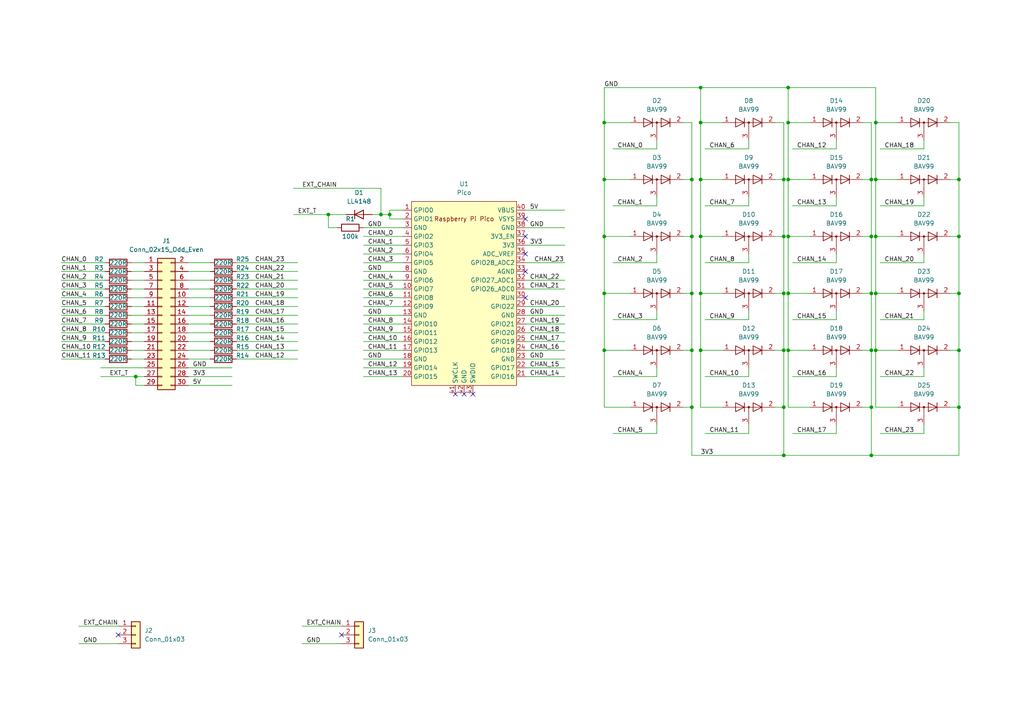
<source format=kicad_sch>
(kicad_sch (version 20231120) (generator "eeschema") (generator_version "8.0")
  (paper "A4")
  (lib_symbols
    (symbol "Connector_Generic:Conn_01x03" (pin_names (offset 1.016) hide)
      (property "Reference" "J" (at 0 5.08 0))
      (property "Value" "Conn_01x03" (at 0 -5.08 0))
      (symbol "Conn_01x03_1_1"
        (rectangle (start -1.27 -2.413) (end 0 -2.667) (stroke (width 0.1524)))
        (rectangle (start -1.27 0.127) (end 0 -0.127) (stroke (width 0.1524)))
        (rectangle (start -1.27 2.667) (end 0 2.413) (stroke (width 0.1524)))
        (rectangle (start -1.27 3.81) (end 1.27 -3.81) (stroke (width 0.254)) (fill (type background)))
        (pin passive line (at -5.08 2.54 0) (length 3.81) (name "Pin_1") (number "1"))
        (pin passive line (at -5.08 0 0) (length 3.81) (name "Pin_2") (number "2"))
        (pin passive line (at -5.08 -2.54 0) (length 3.81) (name "Pin_3") (number "3"))
      )
    )
    (symbol "Connector_Generic:Conn_02x15_Odd_Even" (pin_names (offset 1.016) hide)
      (property "Reference" "J" (at 1.27 20.32 0))
      (property "Value" "Conn_02x15_Odd_Even" (at 1.27 -20.32 0))
      (symbol "Conn_02x15_Odd_Even_1_1"
        (rectangle (start -1.27 -17.653) (end 0 -17.907) (stroke (width 0.1524)))
        (rectangle (start -1.27 -15.113) (end 0 -15.367) (stroke (width 0.1524)))
        (rectangle (start -1.27 -12.573) (end 0 -12.827) (stroke (width 0.1524)))
        (rectangle (start -1.27 -10.033) (end 0 -10.287) (stroke (width 0.1524)))
        (rectangle (start -1.27 -7.493) (end 0 -7.747) (stroke (width 0.1524)))
        (rectangle (start -1.27 -4.953) (end 0 -5.207) (stroke (width 0.1524)))
        (rectangle (start -1.27 -2.413) (end 0 -2.667) (stroke (width 0.1524)))
        (rectangle (start -1.27 0.127) (end 0 -0.127) (stroke (width 0.1524)))
        (rectangle (start -1.27 2.667) (end 0 2.413) (stroke (width 0.1524)))
        (rectangle (start -1.27 5.207) (end 0 4.953) (stroke (width 0.1524)))
        (rectangle (start -1.27 7.747) (end 0 7.493) (stroke (width 0.1524)))
        (rectangle (start -1.27 10.287) (end 0 10.033) (stroke (width 0.1524)))
        (rectangle (start -1.27 12.827) (end 0 12.573) (stroke (width 0.1524)))
        (rectangle (start -1.27 15.367) (end 0 15.113) (stroke (width 0.1524)))
        (rectangle (start -1.27 17.907) (end 0 17.653) (stroke (width 0.1524)))
        (rectangle (start -1.27 19.05) (end 3.81 -19.05) (stroke (width 0.254)) (fill (type background)))
        (rectangle (start 3.81 -17.653) (end 2.54 -17.907) (stroke (width 0.1524)))
        (rectangle (start 3.81 -15.113) (end 2.54 -15.367) (stroke (width 0.1524)))
        (rectangle (start 3.81 -12.573) (end 2.54 -12.827) (stroke (width 0.1524)))
        (rectangle (start 3.81 -10.033) (end 2.54 -10.287) (stroke (width 0.1524)))
        (rectangle (start 3.81 -7.493) (end 2.54 -7.747) (stroke (width 0.1524)))
        (rectangle (start 3.81 -4.953) (end 2.54 -5.207) (stroke (width 0.1524)))
        (rectangle (start 3.81 -2.413) (end 2.54 -2.667) (stroke (width 0.1524)))
        (rectangle (start 3.81 0.127) (end 2.54 -0.127) (stroke (width 0.1524)))
        (rectangle (start 3.81 2.667) (end 2.54 2.413) (stroke (width 0.1524)))
        (rectangle (start 3.81 5.207) (end 2.54 4.953) (stroke (width 0.1524)))
        (rectangle (start 3.81 7.747) (end 2.54 7.493) (stroke (width 0.1524)))
        (rectangle (start 3.81 10.287) (end 2.54 10.033) (stroke (width 0.1524)))
        (rectangle (start 3.81 12.827) (end 2.54 12.573) (stroke (width 0.1524)))
        (rectangle (start 3.81 15.367) (end 2.54 15.113) (stroke (width 0.1524)))
        (rectangle (start 3.81 17.907) (end 2.54 17.653) (stroke (width 0.1524)))
        (pin passive line (at -5.08 17.78 0) (length 3.81) (name "Pin_1") (number "1"))
        (pin passive line (at 7.62 7.62 180) (length 3.81) (name "Pin_10") (number "10"))
        (pin passive line (at -5.08 5.08 0) (length 3.81) (name "Pin_11") (number "11"))
        (pin passive line (at 7.62 5.08 180) (length 3.81) (name "Pin_12") (number "12"))
        (pin passive line (at -5.08 2.54 0) (length 3.81) (name "Pin_13") (number "13"))
        (pin passive line (at 7.62 2.54 180) (length 3.81) (name "Pin_14") (number "14"))
        (pin passive line (at -5.08 0 0) (length 3.81) (name "Pin_15") (number "15"))
        (pin passive line (at 7.62 0 180) (length 3.81) (name "Pin_16") (number "16"))
        (pin passive line (at -5.08 -2.54 0) (length 3.81) (name "Pin_17") (number "17"))
        (pin passive line (at 7.62 -2.54 180) (length 3.81) (name "Pin_18") (number "18"))
        (pin passive line (at -5.08 -5.08 0) (length 3.81) (name "Pin_19") (number "19"))
        (pin passive line (at 7.62 17.78 180) (length 3.81) (name "Pin_2") (number "2"))
        (pin passive line (at 7.62 -5.08 180) (length 3.81) (name "Pin_20") (number "20"))
        (pin passive line (at -5.08 -7.62 0) (length 3.81) (name "Pin_21") (number "21"))
        (pin passive line (at 7.62 -7.62 180) (length 3.81) (name "Pin_22") (number "22"))
        (pin passive line (at -5.08 -10.16 0) (length 3.81) (name "Pin_23") (number "23"))
        (pin passive line (at 7.62 -10.16 180) (length 3.81) (name "Pin_24") (number "24"))
        (pin passive line (at -5.08 -12.7 0) (length 3.81) (name "Pin_25") (number "25"))
        (pin passive line (at 7.62 -12.7 180) (length 3.81) (name "Pin_26") (number "26"))
        (pin passive line (at -5.08 -15.24 0) (length 3.81) (name "Pin_27") (number "27"))
        (pin passive line (at 7.62 -15.24 180) (length 3.81) (name "Pin_28") (number "28"))
        (pin passive line (at -5.08 -17.78 0) (length 3.81) (name "Pin_29") (number "29"))
        (pin passive line (at -5.08 15.24 0) (length 3.81) (name "Pin_3") (number "3"))
        (pin passive line (at 7.62 -17.78 180) (length 3.81) (name "Pin_30") (number "30"))
        (pin passive line (at 7.62 15.24 180) (length 3.81) (name "Pin_4") (number "4"))
        (pin passive line (at -5.08 12.7 0) (length 3.81) (name "Pin_5") (number "5"))
        (pin passive line (at 7.62 12.7 180) (length 3.81) (name "Pin_6") (number "6"))
        (pin passive line (at -5.08 10.16 0) (length 3.81) (name "Pin_7") (number "7"))
        (pin passive line (at 7.62 10.16 180) (length 3.81) (name "Pin_8") (number "8"))
        (pin passive line (at -5.08 7.62 0) (length 3.81) (name "Pin_9") (number "9"))
      )
    )
    (symbol "Device:R" (pin_numbers hide) (pin_names (offset 0))
      (property "Reference" "R" (at 2.032 0 90))
      (property "Value" "R" (at 0 0 90))
      (symbol "R_0_1"
        (rectangle (start -1.016 -2.54) (end 1.016 2.54) (stroke (width 0.254)))
      )
      (symbol "R_1_1"
        (pin passive line (at 0 3.81 270) (length 1.27) (name "~") (number "1"))
        (pin passive line (at 0 -3.81 90) (length 1.27) (name "~") (number "2"))
      )
    )
    (symbol "Diode:BAV99" (pin_names hide)
      (property "Reference" "D" (at 0 5.08 0))
      (property "Value" "BAV99" (at 0 2.54 0))
      (symbol "BAV99_0_1"
        (polyline (pts (xy -5.08 0) (xy 5.08 0)))
      )
      (symbol "BAV99_1_1"
        (polyline (pts (xy 0 0) (xy 0 -2.54)))
        (polyline (pts (xy -1.27 -1.27) (xy -1.27 1.27) (xy -1.27 1.27)) (stroke (width 0.2032)))
        (polyline (pts (xy 3.81 1.27) (xy 3.81 -1.27) (xy 3.81 -1.27)) (stroke (width 0.2032)))
        (polyline (pts (xy -3.81 1.27) (xy -1.27 0) (xy -3.81 -1.27) (xy -3.81 1.27) (xy -3.81 1.27) (xy -3.81 1.27)) (stroke (width 0.2032)))
        (polyline (pts (xy 1.27 1.27) (xy 3.81 0) (xy 1.27 -1.27) (xy 1.27 1.27) (xy 1.27 1.27) (xy 1.27 1.27)) (stroke (width 0.2032)))
        (circle (center 0 0) (radius 0.254) (fill (type outline)))
        (pin passive line (at -7.62 0 0) (length 2.54) (name "K") (number "1"))
        (pin passive line (at 7.62 0 180) (length 2.54) (name "A") (number "2"))
        (pin passive line (at 0 -5.08 90) (length 2.54) (name "K") (number "3"))
      )
    )
    (symbol "Diode:LL4148" (pin_numbers hide) (pin_names (offset 1.016) hide)
      (property "Reference" "D" (at 0 2.54 0))
      (property "Value" "LL4148" (at 0 -2.54 0))
      (symbol "LL4148_0_1"
        (polyline (pts (xy -1.27 1.27) (xy -1.27 -1.27)) (stroke (width 0.254)))
        (polyline (pts (xy 1.27 0) (xy -1.27 0)))
        (polyline (pts (xy 1.27 1.27) (xy 1.27 -1.27) (xy -1.27 0) (xy 1.27 1.27)) (stroke (width 0.254)))
      )
      (symbol "LL4148_1_1"
        (pin passive line (at -3.81 0 0) (length 2.54) (name "K") (number "1"))
        (pin passive line (at 3.81 0 180) (length 2.54) (name "A") (number "2"))
      )
    )
    (symbol "MCU_RaspberryPi_and_Boards:Pico"
      (property "Reference" "U" (at -13.97 27.94 0))
      (property "Value" "Pico" (at 0 19.05 0))
      (symbol "Pico_0_0"
        (text "Raspberry Pi Pico" (at 0 21.59 0) (effects (font (size 1.27 1.27))))
      )
      (symbol "Pico_0_1"
        (rectangle (start -15.24 26.67) (end 15.24 -26.67) (fill (type background)))
      )
      (symbol "Pico_1_1"
        (pin bidirectional line (at -17.78 24.13 0) (length 2.54) (name "GPIO0") (number "1"))
        (pin bidirectional line (at -17.78 1.27 0) (length 2.54) (name "GPIO7") (number "10"))
        (pin bidirectional line (at -17.78 -1.27 0) (length 2.54) (name "GPIO8") (number "11"))
        (pin bidirectional line (at -17.78 -3.81 0) (length 2.54) (name "GPIO9") (number "12"))
        (pin power_in line (at -17.78 -6.35 0) (length 2.54) (name "GND") (number "13"))
        (pin bidirectional line (at -17.78 -8.89 0) (length 2.54) (name "GPIO10") (number "14"))
        (pin bidirectional line (at -17.78 -11.43 0) (length 2.54) (name "GPIO11") (number "15"))
        (pin bidirectional line (at -17.78 -13.97 0) (length 2.54) (name "GPIO12") (number "16"))
        (pin bidirectional line (at -17.78 -16.51 0) (length 2.54) (name "GPIO13") (number "17"))
        (pin power_in line (at -17.78 -19.05 0) (length 2.54) (name "GND") (number "18"))
        (pin bidirectional line (at -17.78 -21.59 0) (length 2.54) (name "GPIO14") (number "19"))
        (pin bidirectional line (at -17.78 21.59 0) (length 2.54) (name "GPIO1") (number "2"))
        (pin bidirectional line (at -17.78 -24.13 0) (length 2.54) (name "GPIO15") (number "20"))
        (pin bidirectional line (at 17.78 -24.13 180) (length 2.54) (name "GPIO16") (number "21"))
        (pin bidirectional line (at 17.78 -21.59 180) (length 2.54) (name "GPIO17") (number "22"))
        (pin power_in line (at 17.78 -19.05 180) (length 2.54) (name "GND") (number "23"))
        (pin bidirectional line (at 17.78 -16.51 180) (length 2.54) (name "GPIO18") (number "24"))
        (pin bidirectional line (at 17.78 -13.97 180) (length 2.54) (name "GPIO19") (number "25"))
        (pin bidirectional line (at 17.78 -11.43 180) (length 2.54) (name "GPIO20") (number "26"))
        (pin bidirectional line (at 17.78 -8.89 180) (length 2.54) (name "GPIO21") (number "27"))
        (pin power_in line (at 17.78 -6.35 180) (length 2.54) (name "GND") (number "28"))
        (pin bidirectional line (at 17.78 -3.81 180) (length 2.54) (name "GPIO22") (number "29"))
        (pin power_in line (at -17.78 19.05 0) (length 2.54) (name "GND") (number "3"))
        (pin input line (at 17.78 -1.27 180) (length 2.54) (name "RUN") (number "30"))
        (pin bidirectional line (at 17.78 1.27 180) (length 2.54) (name "GPIO26_ADC0") (number "31"))
        (pin bidirectional line (at 17.78 3.81 180) (length 2.54) (name "GPIO27_ADC1") (number "32"))
        (pin power_in line (at 17.78 6.35 180) (length 2.54) (name "AGND") (number "33"))
        (pin bidirectional line (at 17.78 8.89 180) (length 2.54) (name "GPIO28_ADC2") (number "34"))
        (pin power_in line (at 17.78 11.43 180) (length 2.54) (name "ADC_VREF") (number "35"))
        (pin power_in line (at 17.78 13.97 180) (length 2.54) (name "3V3") (number "36"))
        (pin input line (at 17.78 16.51 180) (length 2.54) (name "3V3_EN") (number "37"))
        (pin bidirectional line (at 17.78 19.05 180) (length 2.54) (name "GND") (number "38"))
        (pin power_in line (at 17.78 21.59 180) (length 2.54) (name "VSYS") (number "39"))
        (pin bidirectional line (at -17.78 16.51 0) (length 2.54) (name "GPIO2") (number "4"))
        (pin power_in line (at 17.78 24.13 180) (length 2.54) (name "VBUS") (number "40"))
        (pin input line (at -2.54 -29.21 90) (length 2.54) (name "SWCLK") (number "41"))
        (pin power_in line (at 0 -29.21 90) (length 2.54) (name "GND") (number "42"))
        (pin bidirectional line (at 2.54 -29.21 90) (length 2.54) (name "SWDIO") (number "43"))
        (pin bidirectional line (at -17.78 13.97 0) (length 2.54) (name "GPIO3") (number "5"))
        (pin bidirectional line (at -17.78 11.43 0) (length 2.54) (name "GPIO4") (number "6"))
        (pin bidirectional line (at -17.78 8.89 0) (length 2.54) (name "GPIO5") (number "7"))
        (pin power_in line (at -17.78 6.35 0) (length 2.54) (name "GND") (number "8"))
        (pin bidirectional line (at -17.78 3.81 0) (length 2.54) (name "GPIO6") (number "9"))
      )
    )
  )
  (junction (at 252.73 101.6))
  (junction (at 252.73 118.11))
  (junction (at 228.6 25.4))
  (junction (at 252.73 68.58))
  (junction (at 203.2 35.56))
  (junction (at 227.33 85.09))
  (junction (at 200.66 68.58))
  (junction (at 227.33 101.6))
  (junction (at 203.2 68.58))
  (junction (at 95.25 62.23))
  (junction (at 203.2 101.6))
  (junction (at 228.6 68.58))
  (junction (at 175.26 85.09))
  (junction (at 203.2 85.09))
  (junction (at 252.73 85.09))
  (junction (at 228.6 101.6))
  (junction (at 227.33 68.58))
  (junction (at 203.2 25.4))
  (junction (at 228.6 35.56))
  (junction (at 254 85.09))
  (junction (at 254 68.58))
  (junction (at 254 101.6))
  (junction (at 200.66 85.09))
  (junction (at 278.13 101.6))
  (junction (at 175.26 101.6))
  (junction (at 254 52.07))
  (junction (at 200.66 118.11))
  (junction (at 175.26 68.58))
  (junction (at 200.66 101.6))
  (junction (at 278.13 52.07))
  (junction (at 254 35.56))
  (junction (at 278.13 68.58))
  (junction (at 252.73 132.08))
  (junction (at 175.26 52.07))
  (junction (at 278.13 85.09))
  (junction (at 227.33 118.11))
  (junction (at 175.26 35.56))
  (junction (at 39.37 109.22))
  (junction (at 228.6 52.07))
  (junction (at 252.73 52.07))
  (junction (at 227.33 52.07))
  (junction (at 113.03 62.23))
  (junction (at 278.13 118.11))
  (junction (at 227.33 132.08))
  (junction (at 203.2 52.07))
  (junction (at 228.6 85.09))
  (junction (at 110.49 62.23))
  (junction (at 200.66 52.07))
  (no_connect (at 34.29 184.15))
  (no_connect (at 99.06 184.15))
  (no_connect (at 152.4 86.36))
  (no_connect (at 152.4 63.5))
  (no_connect (at 152.4 68.58))
  (no_connect (at 152.4 73.66))
  (no_connect (at 152.4 78.74))
  (no_connect (at 137.16 114.3))
  (no_connect (at 134.62 114.3))
  (no_connect (at 132.08 114.3))
  (wire (pts (xy 105.41 86.36) (xy 116.84 86.36)))
  (wire (pts (xy 54.61 86.36) (xy 60.96 86.36)))
  (wire (pts (xy 17.78 81.28) (xy 30.48 81.28)))
  (wire (pts (xy 107.95 62.23) (xy 110.49 62.23)))
  (wire (pts (xy 38.1 99.06) (xy 41.91 99.06)))
  (wire (pts (xy 175.26 25.4) (xy 203.2 25.4)))
  (wire (pts (xy 254 68.58) (xy 254 85.09)))
  (wire (pts (xy 38.1 91.44) (xy 41.91 91.44)))
  (wire (pts (xy 54.61 88.9) (xy 60.96 88.9)))
  (wire (pts (xy 229.87 92.71) (xy 242.57 92.71)))
  (wire (pts (xy 200.66 132.08) (xy 227.33 132.08)))
  (wire (pts (xy 229.87 59.69) (xy 242.57 59.69)))
  (wire (pts (xy 17.78 88.9) (xy 30.48 88.9)))
  (wire (pts (xy 38.1 101.6) (xy 41.91 101.6)))
  (wire (pts (xy 54.61 111.76) (xy 67.31 111.76)))
  (wire (pts (xy 203.2 101.6) (xy 209.55 101.6)))
  (wire (pts (xy 228.6 25.4) (xy 228.6 35.56)))
  (wire (pts (xy 250.19 52.07) (xy 252.73 52.07)))
  (wire (pts (xy 68.58 91.44) (xy 86.36 91.44)))
  (wire (pts (xy 175.26 101.6) (xy 182.88 101.6)))
  (wire (pts (xy 255.27 59.69) (xy 267.97 59.69)))
  (wire (pts (xy 228.6 85.09) (xy 234.95 85.09)))
  (wire (pts (xy 252.73 101.6) (xy 252.73 118.11)))
  (wire (pts (xy 152.4 81.28) (xy 163.83 81.28)))
  (wire (pts (xy 217.17 73.66) (xy 217.17 76.2)))
  (wire (pts (xy 252.73 68.58) (xy 252.73 85.09)))
  (wire (pts (xy 175.26 25.4) (xy 175.26 35.56)))
  (wire (pts (xy 278.13 101.6) (xy 278.13 118.11)))
  (wire (pts (xy 68.58 101.6) (xy 86.36 101.6)))
  (wire (pts (xy 200.66 68.58) (xy 200.66 85.09)))
  (wire (pts (xy 152.4 83.82) (xy 163.83 83.82)))
  (wire (pts (xy 68.58 81.28) (xy 86.36 81.28)))
  (wire (pts (xy 68.58 88.9) (xy 86.36 88.9)))
  (wire (pts (xy 17.78 91.44) (xy 30.48 91.44)))
  (wire (pts (xy 198.12 35.56) (xy 200.66 35.56)))
  (wire (pts (xy 252.73 85.09) (xy 252.73 101.6)))
  (wire (pts (xy 227.33 52.07) (xy 227.33 68.58)))
  (wire (pts (xy 200.66 52.07) (xy 200.66 68.58)))
  (wire (pts (xy 105.41 106.68) (xy 116.84 106.68)))
  (wire (pts (xy 95.25 62.23) (xy 100.33 62.23)))
  (wire (pts (xy 278.13 35.56) (xy 278.13 52.07)))
  (wire (pts (xy 224.79 68.58) (xy 227.33 68.58)))
  (wire (pts (xy 105.41 78.74) (xy 116.84 78.74)))
  (wire (pts (xy 209.55 118.11) (xy 203.2 118.11)))
  (wire (pts (xy 198.12 68.58) (xy 200.66 68.58)))
  (wire (pts (xy 200.66 101.6) (xy 200.66 118.11)))
  (wire (pts (xy 175.26 85.09) (xy 175.26 101.6)))
  (wire (pts (xy 17.78 101.6) (xy 30.48 101.6)))
  (wire (pts (xy 254 35.56) (xy 260.35 35.56)))
  (wire (pts (xy 190.5 123.19) (xy 190.5 125.73)))
  (wire (pts (xy 54.61 76.2) (xy 60.96 76.2)))
  (wire (pts (xy 242.57 90.17) (xy 242.57 92.71)))
  (wire (pts (xy 152.4 60.96) (xy 163.83 60.96)))
  (wire (pts (xy 38.1 83.82) (xy 41.91 83.82)))
  (wire (pts (xy 252.73 52.07) (xy 252.73 68.58)))
  (wire (pts (xy 105.41 66.04) (xy 116.84 66.04)))
  (wire (pts (xy 250.19 35.56) (xy 252.73 35.56)))
  (wire (pts (xy 113.03 62.23) (xy 113.03 63.5)))
  (wire (pts (xy 190.5 40.64) (xy 190.5 43.18)))
  (wire (pts (xy 278.13 118.11) (xy 278.13 132.08)))
  (wire (pts (xy 17.78 83.82) (xy 30.48 83.82)))
  (wire (pts (xy 204.47 59.69) (xy 217.17 59.69)))
  (wire (pts (xy 228.6 25.4) (xy 254 25.4)))
  (wire (pts (xy 242.57 73.66) (xy 242.57 76.2)))
  (wire (pts (xy 267.97 73.66) (xy 267.97 76.2)))
  (wire (pts (xy 267.97 106.68) (xy 267.97 109.22)))
  (wire (pts (xy 177.8 76.2) (xy 190.5 76.2)))
  (wire (pts (xy 54.61 99.06) (xy 60.96 99.06)))
  (wire (pts (xy 54.61 106.68) (xy 67.31 106.68)))
  (wire (pts (xy 105.41 88.9) (xy 116.84 88.9)))
  (wire (pts (xy 278.13 68.58) (xy 278.13 85.09)))
  (wire (pts (xy 228.6 101.6) (xy 234.95 101.6)))
  (wire (pts (xy 267.97 40.64) (xy 267.97 43.18)))
  (wire (pts (xy 39.37 109.22) (xy 39.37 111.76)))
  (wire (pts (xy 190.5 90.17) (xy 190.5 92.71)))
  (wire (pts (xy 105.41 83.82) (xy 116.84 83.82)))
  (wire (pts (xy 113.03 63.5) (xy 116.84 63.5)))
  (wire (pts (xy 200.66 118.11) (xy 200.66 132.08)))
  (wire (pts (xy 227.33 35.56) (xy 227.33 52.07)))
  (wire (pts (xy 260.35 118.11) (xy 254 118.11)))
  (wire (pts (xy 203.2 35.56) (xy 209.55 35.56)))
  (wire (pts (xy 254 52.07) (xy 260.35 52.07)))
  (wire (pts (xy 85.09 62.23) (xy 95.25 62.23)))
  (wire (pts (xy 152.4 106.68) (xy 163.83 106.68)))
  (wire (pts (xy 152.4 88.9) (xy 163.83 88.9)))
  (wire (pts (xy 275.59 101.6) (xy 278.13 101.6)))
  (wire (pts (xy 252.73 132.08) (xy 227.33 132.08)))
  (wire (pts (xy 17.78 78.74) (xy 30.48 78.74)))
  (wire (pts (xy 54.61 83.82) (xy 60.96 83.82)))
  (wire (pts (xy 152.4 101.6) (xy 163.83 101.6)))
  (wire (pts (xy 17.78 99.06) (xy 30.48 99.06)))
  (wire (pts (xy 177.8 109.22) (xy 190.5 109.22)))
  (wire (pts (xy 38.1 81.28) (xy 41.91 81.28)))
  (wire (pts (xy 198.12 101.6) (xy 200.66 101.6)))
  (wire (pts (xy 190.5 106.68) (xy 190.5 109.22)))
  (wire (pts (xy 203.2 25.4) (xy 203.2 35.56)))
  (wire (pts (xy 255.27 92.71) (xy 267.97 92.71)))
  (wire (pts (xy 95.25 66.04) (xy 95.25 62.23)))
  (wire (pts (xy 182.88 118.11) (xy 175.26 118.11)))
  (wire (pts (xy 217.17 123.19) (xy 217.17 125.73)))
  (wire (pts (xy 175.26 68.58) (xy 175.26 85.09)))
  (wire (pts (xy 267.97 57.15) (xy 267.97 59.69)))
  (wire (pts (xy 152.4 96.52) (xy 163.83 96.52)))
  (wire (pts (xy 39.37 111.76) (xy 41.91 111.76)))
  (wire (pts (xy 175.26 52.07) (xy 175.26 68.58)))
  (wire (pts (xy 38.1 78.74) (xy 41.91 78.74)))
  (wire (pts (xy 198.12 52.07) (xy 200.66 52.07)))
  (wire (pts (xy 254 52.07) (xy 254 68.58)))
  (wire (pts (xy 224.79 118.11) (xy 227.33 118.11)))
  (wire (pts (xy 87.63 186.69) (xy 99.06 186.69)))
  (wire (pts (xy 203.2 85.09) (xy 209.55 85.09)))
  (wire (pts (xy 38.1 76.2) (xy 41.91 76.2)))
  (wire (pts (xy 105.41 91.44) (xy 116.84 91.44)))
  (wire (pts (xy 242.57 57.15) (xy 242.57 59.69)))
  (wire (pts (xy 175.26 52.07) (xy 182.88 52.07)))
  (wire (pts (xy 229.87 109.22) (xy 242.57 109.22)))
  (wire (pts (xy 29.21 106.68) (xy 41.91 106.68)))
  (wire (pts (xy 224.79 101.6) (xy 227.33 101.6)))
  (wire (pts (xy 38.1 104.14) (xy 41.91 104.14)))
  (wire (pts (xy 204.47 76.2) (xy 217.17 76.2)))
  (wire (pts (xy 54.61 96.52) (xy 60.96 96.52)))
  (wire (pts (xy 54.61 109.22) (xy 67.31 109.22)))
  (wire (pts (xy 105.41 109.22) (xy 116.84 109.22)))
  (wire (pts (xy 242.57 40.64) (xy 242.57 43.18)))
  (wire (pts (xy 152.4 91.44) (xy 163.83 91.44)))
  (wire (pts (xy 255.27 109.22) (xy 267.97 109.22)))
  (wire (pts (xy 224.79 35.56) (xy 227.33 35.56)))
  (wire (pts (xy 267.97 123.19) (xy 267.97 125.73)))
  (wire (pts (xy 175.26 101.6) (xy 175.26 118.11)))
  (wire (pts (xy 190.5 57.15) (xy 190.5 59.69)))
  (wire (pts (xy 275.59 85.09) (xy 278.13 85.09)))
  (wire (pts (xy 228.6 68.58) (xy 228.6 85.09)))
  (wire (pts (xy 242.57 123.19) (xy 242.57 125.73)))
  (wire (pts (xy 203.2 35.56) (xy 203.2 52.07)))
  (wire (pts (xy 113.03 60.96) (xy 116.84 60.96)))
  (wire (pts (xy 278.13 52.07) (xy 278.13 68.58)))
  (wire (pts (xy 85.09 54.61) (xy 110.49 54.61)))
  (wire (pts (xy 38.1 86.36) (xy 41.91 86.36)))
  (wire (pts (xy 255.27 76.2) (xy 267.97 76.2)))
  (wire (pts (xy 275.59 68.58) (xy 278.13 68.58)))
  (wire (pts (xy 217.17 57.15) (xy 217.17 59.69)))
  (wire (pts (xy 38.1 96.52) (xy 41.91 96.52)))
  (wire (pts (xy 152.4 93.98) (xy 163.83 93.98)))
  (wire (pts (xy 203.2 68.58) (xy 209.55 68.58)))
  (wire (pts (xy 110.49 54.61) (xy 110.49 62.23)))
  (wire (pts (xy 68.58 104.14) (xy 86.36 104.14)))
  (wire (pts (xy 152.4 66.04) (xy 163.83 66.04)))
  (wire (pts (xy 54.61 78.74) (xy 60.96 78.74)))
  (wire (pts (xy 105.41 96.52) (xy 116.84 96.52)))
  (wire (pts (xy 228.6 35.56) (xy 234.95 35.56)))
  (wire (pts (xy 254 101.6) (xy 260.35 101.6)))
  (wire (pts (xy 17.78 104.14) (xy 30.48 104.14)))
  (wire (pts (xy 105.41 93.98) (xy 116.84 93.98)))
  (wire (pts (xy 152.4 71.12) (xy 163.83 71.12)))
  (wire (pts (xy 278.13 132.08) (xy 252.73 132.08)))
  (wire (pts (xy 22.86 186.69) (xy 34.29 186.69)))
  (wire (pts (xy 105.41 76.2) (xy 116.84 76.2)))
  (wire (pts (xy 228.6 85.09) (xy 228.6 101.6)))
  (wire (pts (xy 203.2 25.4) (xy 228.6 25.4)))
  (wire (pts (xy 228.6 52.07) (xy 228.6 68.58)))
  (wire (pts (xy 227.33 85.09) (xy 227.33 101.6)))
  (wire (pts (xy 200.66 85.09) (xy 200.66 101.6)))
  (wire (pts (xy 227.33 68.58) (xy 227.33 85.09)))
  (wire (pts (xy 17.78 86.36) (xy 30.48 86.36)))
  (wire (pts (xy 177.8 125.73) (xy 190.5 125.73)))
  (wire (pts (xy 87.63 181.61) (xy 99.06 181.61)))
  (wire (pts (xy 190.5 73.66) (xy 190.5 76.2)))
  (wire (pts (xy 217.17 40.64) (xy 217.17 43.18)))
  (wire (pts (xy 97.79 66.04) (xy 95.25 66.04)))
  (wire (pts (xy 38.1 88.9) (xy 41.91 88.9)))
  (wire (pts (xy 177.8 59.69) (xy 190.5 59.69)))
  (wire (pts (xy 228.6 35.56) (xy 228.6 52.07)))
  (wire (pts (xy 228.6 101.6) (xy 228.6 118.11)))
  (wire (pts (xy 17.78 96.52) (xy 30.48 96.52)))
  (wire (pts (xy 242.57 106.68) (xy 242.57 109.22)))
  (wire (pts (xy 152.4 99.06) (xy 163.83 99.06)))
  (wire (pts (xy 105.41 68.58) (xy 116.84 68.58)))
  (wire (pts (xy 152.4 76.2) (xy 163.83 76.2)))
  (wire (pts (xy 227.33 101.6) (xy 227.33 118.11)))
  (wire (pts (xy 113.03 60.96) (xy 113.03 62.23)))
  (wire (pts (xy 217.17 106.68) (xy 217.17 109.22)))
  (wire (pts (xy 203.2 52.07) (xy 203.2 68.58)))
  (wire (pts (xy 275.59 35.56) (xy 278.13 35.56)))
  (wire (pts (xy 68.58 76.2) (xy 86.36 76.2)))
  (wire (pts (xy 278.13 85.09) (xy 278.13 101.6)))
  (wire (pts (xy 204.47 43.18) (xy 217.17 43.18)))
  (wire (pts (xy 39.37 109.22) (xy 41.91 109.22)))
  (wire (pts (xy 175.26 85.09) (xy 182.88 85.09)))
  (wire (pts (xy 275.59 118.11) (xy 278.13 118.11)))
  (wire (pts (xy 204.47 125.73) (xy 217.17 125.73)))
  (wire (pts (xy 275.59 52.07) (xy 278.13 52.07)))
  (wire (pts (xy 29.21 109.22) (xy 39.37 109.22)))
  (wire (pts (xy 54.61 81.28) (xy 60.96 81.28)))
  (wire (pts (xy 204.47 109.22) (xy 217.17 109.22)))
  (wire (pts (xy 175.26 68.58) (xy 182.88 68.58)))
  (wire (pts (xy 54.61 101.6) (xy 60.96 101.6)))
  (wire (pts (xy 105.41 73.66) (xy 116.84 73.66)))
  (wire (pts (xy 203.2 52.07) (xy 209.55 52.07)))
  (wire (pts (xy 254 85.09) (xy 260.35 85.09)))
  (wire (pts (xy 250.19 85.09) (xy 252.73 85.09)))
  (wire (pts (xy 152.4 109.22) (xy 163.83 109.22)))
  (wire (pts (xy 68.58 78.74) (xy 86.36 78.74)))
  (wire (pts (xy 224.79 52.07) (xy 227.33 52.07)))
  (wire (pts (xy 17.78 76.2) (xy 30.48 76.2)))
  (wire (pts (xy 254 85.09) (xy 254 101.6)))
  (wire (pts (xy 217.17 90.17) (xy 217.17 92.71)))
  (wire (pts (xy 255.27 125.73) (xy 267.97 125.73)))
  (wire (pts (xy 17.78 93.98) (xy 30.48 93.98)))
  (wire (pts (xy 224.79 85.09) (xy 227.33 85.09)))
  (wire (pts (xy 203.2 85.09) (xy 203.2 101.6)))
  (wire (pts (xy 54.61 91.44) (xy 60.96 91.44)))
  (wire (pts (xy 177.8 43.18) (xy 190.5 43.18)))
  (wire (pts (xy 68.58 93.98) (xy 86.36 93.98)))
  (wire (pts (xy 110.49 62.23) (xy 113.03 62.23)))
  (wire (pts (xy 228.6 68.58) (xy 234.95 68.58)))
  (wire (pts (xy 68.58 83.82) (xy 86.36 83.82)))
  (wire (pts (xy 22.86 181.61) (xy 34.29 181.61)))
  (wire (pts (xy 203.2 101.6) (xy 203.2 118.11)))
  (wire (pts (xy 177.8 92.71) (xy 190.5 92.71)))
  (wire (pts (xy 200.66 35.56) (xy 200.66 52.07)))
  (wire (pts (xy 152.4 104.14) (xy 163.83 104.14)))
  (wire (pts (xy 250.19 68.58) (xy 252.73 68.58)))
  (wire (pts (xy 198.12 85.09) (xy 200.66 85.09)))
  (wire (pts (xy 204.47 92.71) (xy 217.17 92.71)))
  (wire (pts (xy 254 68.58) (xy 260.35 68.58)))
  (wire (pts (xy 254 101.6) (xy 254 118.11)))
  (wire (pts (xy 198.12 118.11) (xy 200.66 118.11)))
  (wire (pts (xy 234.95 118.11) (xy 228.6 118.11)))
  (wire (pts (xy 229.87 76.2) (xy 242.57 76.2)))
  (wire (pts (xy 38.1 93.98) (xy 41.91 93.98)))
  (wire (pts (xy 175.26 35.56) (xy 182.88 35.56)))
  (wire (pts (xy 229.87 43.18) (xy 242.57 43.18)))
  (wire (pts (xy 105.41 101.6) (xy 116.84 101.6)))
  (wire (pts (xy 229.87 125.73) (xy 242.57 125.73)))
  (wire (pts (xy 105.41 71.12) (xy 116.84 71.12)))
  (wire (pts (xy 254 35.56) (xy 254 52.07)))
  (wire (pts (xy 250.19 118.11) (xy 252.73 118.11)))
  (wire (pts (xy 250.19 101.6) (xy 252.73 101.6)))
  (wire (pts (xy 105.41 99.06) (xy 116.84 99.06)))
  (wire (pts (xy 203.2 68.58) (xy 203.2 85.09)))
  (wire (pts (xy 252.73 118.11) (xy 252.73 132.08)))
  (wire (pts (xy 227.33 118.11) (xy 227.33 132.08)))
  (wire (pts (xy 228.6 52.07) (xy 234.95 52.07)))
  (wire (pts (xy 105.41 104.14) (xy 116.84 104.14)))
  (wire (pts (xy 105.41 81.28) (xy 116.84 81.28)))
  (wire (pts (xy 254 25.4) (xy 254 35.56)))
  (wire (pts (xy 68.58 96.52) (xy 86.36 96.52)))
  (wire (pts (xy 252.73 35.56) (xy 252.73 52.07)))
  (wire (pts (xy 255.27 43.18) (xy 267.97 43.18)))
  (wire (pts (xy 68.58 99.06) (xy 86.36 99.06)))
  (wire (pts (xy 54.61 93.98) (xy 60.96 93.98)))
  (wire (pts (xy 175.26 35.56) (xy 175.26 52.07)))
  (wire (pts (xy 267.97 90.17) (xy 267.97 92.71)))
  (wire (pts (xy 68.58 86.36) (xy 86.36 86.36)))
  (wire (pts (xy 54.61 104.14) (xy 60.96 104.14)))
  (label "CHAN_0" (at 179.07 43.18 0))
  (label "CHAN_20" (at 82.55 83.82 180))
  (label "3V3" (at 203.2 132.08 0))
  (label "CHAN_7" (at 205.74 59.69 0))
  (label "CHAN_8" (at 205.74 76.2 0))
  (label "CHAN_6" (at 17.78 91.44 0))
  (label "CHAN_8" (at 106.68 93.98 0))
  (label "CHAN_19" (at 153.67 93.98 0))
  (label "CHAN_10" (at 17.78 101.6 0))
  (label "CHAN_10" (at 205.74 109.22 0))
  (label "5V" (at 153.67 60.96 0))
  (label "CHAN_18" (at 153.67 96.52 0))
  (label "CHAN_17" (at 82.55 91.44 180))
  (label "CHAN_1" (at 17.78 78.74 0))
  (label "CHAN_7" (at 106.68 88.9 0))
  (label "EXT_T" (at 86.36 62.23 0))
  (label "CHAN_4" (at 179.07 109.22 0))
  (label "CHAN_23" (at 256.54 125.73 0))
  (label "5V" (at 55.88 111.76 0))
  (label "CHAN_5" (at 179.07 125.73 0))
  (label "GND" (at 175.26 25.4 0))
  (label "CHAN_11" (at 205.74 125.73 0))
  (label "CHAN_22" (at 82.55 78.74 180))
  (label "CHAN_6" (at 106.68 86.36 0))
  (label "CHAN_3" (at 179.07 92.71 0))
  (label "GND" (at 88.9 186.69 0))
  (label "GND" (at 106.68 104.14 0))
  (label "CHAN_16" (at 231.14 109.22 0))
  (label "CHAN_9" (at 106.68 96.52 0))
  (label "EXT_CHAIN" (at 87.63 54.61 0))
  (label "CHAN_22" (at 256.54 109.22 0))
  (label "CHAN_14" (at 153.67 109.22 0))
  (label "CHAN_2" (at 17.78 81.28 0))
  (label "EXT_CHAIN" (at 88.9 181.61 0))
  (label "GND" (at 153.67 66.04 0))
  (label "CHAN_12" (at 231.14 43.18 0))
  (label "CHAN_11" (at 17.78 104.14 0))
  (label "GND" (at 153.67 104.14 0))
  (label "CHAN_16" (at 82.55 93.98 180))
  (label "CHAN_3" (at 106.68 76.2 0))
  (label "CHAN_23" (at 82.55 76.2 180))
  (label "CHAN_16" (at 153.67 101.6 0))
  (label "CHAN_1" (at 179.07 59.69 0))
  (label "CHAN_7" (at 17.78 93.98 0))
  (label "GND" (at 153.67 91.44 0))
  (label "CHAN_1" (at 106.68 71.12 0))
  (label "CHAN_3" (at 17.78 83.82 0))
  (label "CHAN_15" (at 153.67 106.68 0))
  (label "CHAN_13" (at 231.14 59.69 0))
  (label "EXT_CHAIN" (at 24.13 181.61 0))
  (label "GND" (at 106.68 66.04 0))
  (label "CHAN_21" (at 82.55 81.28 180))
  (label "EXT_T" (at 31.75 109.22 0))
  (label "CHAN_21" (at 256.54 92.71 0))
  (label "CHAN_18" (at 256.54 43.18 0))
  (label "CHAN_14" (at 82.55 99.06 180))
  (label "CHAN_20" (at 256.54 76.2 0))
  (label "CHAN_9" (at 17.78 99.06 0))
  (label "3V3" (at 153.67 71.12 0))
  (label "CHAN_17" (at 231.14 125.73 0))
  (label "CHAN_9" (at 205.74 92.71 0))
  (label "CHAN_11" (at 106.68 101.6 0))
  (label "CHAN_13" (at 82.55 101.6 180))
  (label "CHAN_6" (at 205.74 43.18 0))
  (label "GND" (at 106.68 78.74 0))
  (label "CHAN_4" (at 106.68 81.28 0))
  (label "GND" (at 24.13 186.69 0))
  (label "CHAN_8" (at 17.78 96.52 0))
  (label "CHAN_15" (at 231.14 92.71 0))
  (label "3V3" (at 55.88 109.22 0))
  (label "CHAN_0" (at 17.78 76.2 0))
  (label "CHAN_14" (at 231.14 76.2 0))
  (label "CHAN_22" (at 153.67 81.28 0))
  (label "CHAN_21" (at 153.67 83.82 0))
  (label "CHAN_2" (at 179.07 76.2 0))
  (label "GND" (at 55.88 106.68 0))
  (label "CHAN_0" (at 106.68 68.58 0))
  (label "CHAN_12" (at 106.68 106.68 0))
  (label "CHAN_18" (at 82.55 88.9 180))
  (label "CHAN_12" (at 82.55 104.14 180))
  (label "CHAN_2" (at 106.68 73.66 0))
  (label "CHAN_19" (at 82.55 86.36 180))
  (label "CHAN_10" (at 106.68 99.06 0))
  (label "CHAN_5" (at 17.78 88.9 0))
  (label "CHAN_13" (at 106.68 109.22 0))
  (label "CHAN_20" (at 153.67 88.9 0))
  (label "CHAN_5" (at 106.68 83.82 0))
  (label "CHAN_4" (at 17.78 86.36 0))
  (label "GND" (at 106.68 91.44 0))
  (label "CHAN_15" (at 82.55 96.52 180))
  (label "CHAN_17" (at 153.67 99.06 0))
  (label "CHAN_23" (at 154.94 76.2 0))
  (label "CHAN_19" (at 256.54 59.69 0))
  (symbol (lib_id "Device:R") (at 64.77 99.06 270) (mirror x) (unit 1)
    (property "Reference" "R16" (at 70.358 98.044 90))
    (property "Value" "220R" (at 64.77 99.06 90))
    (property "Footprint" "Resistor_SMD:R_0603_1608Metric" (effects (hide yes)))
    (property "Description" "Resistor" (effects (hide yes)))
  )
  (symbol (lib_id "Device:R") (at 34.29 88.9 90) (unit 1)
    (property "Reference" "R7" (at 28.702 87.884 90))
    (property "Value" "220R" (at 34.29 88.9 90))
    (property "Footprint" "Resistor_SMD:R_0603_1608Metric" (effects (hide yes)))
    (property "Description" "Resistor" (effects (hide yes)))
  )
  (symbol (lib_id "Diode:BAV99") (at 217.17 85.09 0) (unit 1)
    (property "Reference" "D11" (at 217.17 78.74 0))
    (property "Value" "BAV99" (at 217.17 81.28 0))
    (property "Footprint" "Package_TO_SOT_SMD:SOT-23" (effects (hide yes)))
    (property "Datasheet" "https://assets.nexperia.com/documents/data-sheet/BAV99_SER.pdf" (effects (hide yes)))
    (property "Description" "BAV99 High-speed switching diodes, SOT-23" (effects (hide yes)))
  )
  (symbol (lib_id "Device:R") (at 64.77 88.9 270) (mirror x) (unit 1)
    (property "Reference" "R20" (at 70.358 87.884 90))
    (property "Value" "220R" (at 64.77 88.9 90))
    (property "Footprint" "Resistor_SMD:R_0603_1608Metric" (effects (hide yes)))
    (property "Description" "Resistor" (effects (hide yes)))
  )
  (symbol (lib_id "Device:R") (at 64.77 101.6 270) (mirror x) (unit 1)
    (property "Reference" "R15" (at 70.358 100.584 90))
    (property "Value" "220R" (at 64.77 101.6 90))
    (property "Footprint" "Resistor_SMD:R_0603_1608Metric" (effects (hide yes)))
    (property "Description" "Resistor" (effects (hide yes)))
  )
  (symbol (lib_id "Diode:BAV99") (at 267.97 85.09 0) (unit 1)
    (property "Reference" "D23" (at 267.97 78.74 0))
    (property "Value" "BAV99" (at 267.97 81.28 0))
    (property "Footprint" "Package_TO_SOT_SMD:SOT-23" (effects (hide yes)))
    (property "Datasheet" "https://assets.nexperia.com/documents/data-sheet/BAV99_SER.pdf" (effects (hide yes)))
    (property "Description" "BAV99 High-speed switching diodes, SOT-23" (effects (hide yes)))
  )
  (symbol (lib_id "Diode:BAV99") (at 242.57 68.58 0) (unit 1)
    (property "Reference" "D16" (at 242.57 62.23 0))
    (property "Value" "BAV99" (at 242.57 64.77 0))
    (property "Footprint" "Package_TO_SOT_SMD:SOT-23" (effects (hide yes)))
    (property "Datasheet" "https://assets.nexperia.com/documents/data-sheet/BAV99_SER.pdf" (effects (hide yes)))
    (property "Description" "BAV99 High-speed switching diodes, SOT-23" (effects (hide yes)))
  )
  (symbol (lib_id "Diode:BAV99") (at 242.57 101.6 0) (unit 1)
    (property "Reference" "D18" (at 242.57 95.25 0))
    (property "Value" "BAV99" (at 242.57 97.79 0))
    (property "Footprint" "Package_TO_SOT_SMD:SOT-23" (effects (hide yes)))
    (property "Datasheet" "https://assets.nexperia.com/documents/data-sheet/BAV99_SER.pdf" (effects (hide yes)))
    (property "Description" "BAV99 High-speed switching diodes, SOT-23" (effects (hide yes)))
  )
  (symbol (lib_id "Diode:BAV99") (at 267.97 68.58 0) (unit 1)
    (property "Reference" "D22" (at 267.97 62.23 0))
    (property "Value" "BAV99" (at 267.97 64.77 0))
    (property "Footprint" "Package_TO_SOT_SMD:SOT-23" (effects (hide yes)))
    (property "Datasheet" "https://assets.nexperia.com/documents/data-sheet/BAV99_SER.pdf" (effects (hide yes)))
    (property "Description" "BAV99 High-speed switching diodes, SOT-23" (effects (hide yes)))
  )
  (symbol (lib_id "Diode:BAV99") (at 190.5 101.6 0) (unit 1)
    (property "Reference" "D6" (at 190.5 95.25 0))
    (property "Value" "BAV99" (at 190.5 97.79 0))
    (property "Footprint" "Package_TO_SOT_SMD:SOT-23" (effects (hide yes)))
    (property "Datasheet" "https://assets.nexperia.com/documents/data-sheet/BAV99_SER.pdf" (effects (hide yes)))
    (property "Description" "BAV99 High-speed switching diodes, SOT-23" (effects (hide yes)))
  )
  (symbol (lib_id "Device:R") (at 34.29 99.06 90) (unit 1)
    (property "Reference" "R11" (at 28.702 98.044 90))
    (property "Value" "220R" (at 34.29 99.06 90))
    (property "Footprint" "Resistor_SMD:R_0603_1608Metric" (effects (hide yes)))
    (property "Description" "Resistor" (effects (hide yes)))
  )
  (symbol (lib_id "Diode:BAV99") (at 217.17 118.11 0) (unit 1)
    (property "Reference" "D13" (at 217.17 111.76 0))
    (property "Value" "BAV99" (at 217.17 114.3 0))
    (property "Footprint" "Package_TO_SOT_SMD:SOT-23" (effects (hide yes)))
    (property "Datasheet" "https://assets.nexperia.com/documents/data-sheet/BAV99_SER.pdf" (effects (hide yes)))
    (property "Description" "BAV99 High-speed switching diodes, SOT-23" (effects (hide yes)))
  )
  (symbol (lib_id "Device:R") (at 64.77 93.98 270) (mirror x) (unit 1)
    (property "Reference" "R18" (at 70.358 92.964 90))
    (property "Value" "220R" (at 64.77 93.98 90))
    (property "Footprint" "Resistor_SMD:R_0603_1608Metric" (effects (hide yes)))
    (property "Description" "Resistor" (effects (hide yes)))
  )
  (symbol (lib_id "Device:R") (at 64.77 96.52 270) (mirror x) (unit 1)
    (property "Reference" "R17" (at 70.358 95.504 90))
    (property "Value" "220R" (at 64.77 96.52 90))
    (property "Footprint" "Resistor_SMD:R_0603_1608Metric" (effects (hide yes)))
    (property "Description" "Resistor" (effects (hide yes)))
  )
  (symbol (lib_id "MCU_RaspberryPi_and_Boards:Pico") (at 134.62 85.09 0) (unit 1)
    (property "Reference" "U1" (at 134.62 53.34 0))
    (property "Value" "Pico" (at 134.62 55.88 0))
    (property "Footprint" "MCU_RaspberryPi_and_Boards:RPi_Pico_SMD_TH" (effects (hide yes)))
  )
  (symbol (lib_id "Device:R") (at 34.29 81.28 90) (unit 1)
    (property "Reference" "R4" (at 28.702 80.264 90))
    (property "Value" "220R" (at 34.29 81.28 90))
    (property "Footprint" "Resistor_SMD:R_0603_1608Metric" (effects (hide yes)))
    (property "Description" "Resistor" (effects (hide yes)))
  )
  (symbol (lib_id "Device:R") (at 34.29 91.44 90) (unit 1)
    (property "Reference" "R8" (at 28.702 90.424 90))
    (property "Value" "220R" (at 34.29 91.44 90))
    (property "Footprint" "Resistor_SMD:R_0603_1608Metric" (effects (hide yes)))
    (property "Description" "Resistor" (effects (hide yes)))
  )
  (symbol (lib_id "Diode:LL4148") (at 104.14 62.23 0) (unit 1)
    (property "Reference" "D1" (at 104.14 55.88 0))
    (property "Value" "LL4148" (at 104.14 58.42 0))
    (property "Footprint" "Diode_SMD:D_MiniMELF" (effects (hide yes)))
    (property "Datasheet" "http://www.vishay.com/docs/85557/ll4148.pdf" (effects (hide yes)))
  )
  (symbol (lib_id "Device:R") (at 34.29 78.74 90) (unit 1)
    (property "Reference" "R3" (at 28.702 77.724 90))
    (property "Value" "220R" (at 34.29 78.74 90))
    (property "Footprint" "Resistor_SMD:R_0603_1608Metric" (effects (hide yes)))
    (property "Description" "Resistor" (effects (hide yes)))
  )
  (symbol (lib_id "Diode:BAV99") (at 267.97 101.6 0) (unit 1)
    (property "Reference" "D24" (at 267.97 95.25 0))
    (property "Value" "BAV99" (at 267.97 97.79 0))
    (property "Footprint" "Package_TO_SOT_SMD:SOT-23" (effects (hide yes)))
    (property "Datasheet" "https://assets.nexperia.com/documents/data-sheet/BAV99_SER.pdf" (effects (hide yes)))
    (property "Description" "BAV99 High-speed switching diodes, SOT-23" (effects (hide yes)))
  )
  (symbol (lib_id "Diode:BAV99") (at 217.17 101.6 0) (unit 1)
    (property "Reference" "D12" (at 217.17 95.25 0))
    (property "Value" "BAV99" (at 217.17 97.79 0))
    (property "Footprint" "Package_TO_SOT_SMD:SOT-23" (effects (hide yes)))
    (property "Datasheet" "https://assets.nexperia.com/documents/data-sheet/BAV99_SER.pdf" (effects (hide yes)))
    (property "Description" "BAV99 High-speed switching diodes, SOT-23" (effects (hide yes)))
  )
  (symbol (lib_id "Device:R") (at 34.29 96.52 90) (unit 1)
    (property "Reference" "R10" (at 28.702 95.504 90))
    (property "Value" "220R" (at 34.29 96.52 90))
    (property "Footprint" "Resistor_SMD:R_0603_1608Metric" (effects (hide yes)))
    (property "Description" "Resistor" (effects (hide yes)))
  )
  (symbol (lib_id "Diode:BAV99") (at 190.5 85.09 0) (unit 1)
    (property "Reference" "D5" (at 190.5 78.74 0))
    (property "Value" "BAV99" (at 190.5 81.28 0))
    (property "Footprint" "Package_TO_SOT_SMD:SOT-23" (effects (hide yes)))
    (property "Datasheet" "https://assets.nexperia.com/documents/data-sheet/BAV99_SER.pdf" (effects (hide yes)))
    (property "Description" "BAV99 High-speed switching diodes, SOT-23" (effects (hide yes)))
  )
  (symbol (lib_id "Device:R") (at 64.77 76.2 270) (mirror x) (unit 1)
    (property "Reference" "R25" (at 70.358 75.184 90))
    (property "Value" "220R" (at 64.77 76.2 90))
    (property "Footprint" "Resistor_SMD:R_0603_1608Metric" (effects (hide yes)))
    (property "Description" "Resistor" (effects (hide yes)))
  )
  (symbol (lib_id "Device:R") (at 64.77 86.36 270) (mirror x) (unit 1)
    (property "Reference" "R21" (at 70.358 85.344 90))
    (property "Value" "220R" (at 64.77 86.36 90))
    (property "Footprint" "Resistor_SMD:R_0603_1608Metric" (effects (hide yes)))
    (property "Description" "Resistor" (effects (hide yes)))
  )
  (symbol (lib_id "Diode:BAV99") (at 267.97 35.56 0) (unit 1)
    (property "Reference" "D20" (at 267.97 29.21 0))
    (property "Value" "BAV99" (at 267.97 31.75 0))
    (property "Footprint" "Package_TO_SOT_SMD:SOT-23" (effects (hide yes)))
    (property "Datasheet" "https://assets.nexperia.com/documents/data-sheet/BAV99_SER.pdf" (effects (hide yes)))
    (property "Description" "BAV99 High-speed switching diodes, SOT-23" (effects (hide yes)))
  )
  (symbol (lib_id "Diode:BAV99") (at 217.17 35.56 0) (unit 1)
    (property "Reference" "D8" (at 217.17 29.21 0))
    (property "Value" "BAV99" (at 217.17 31.75 0))
    (property "Footprint" "Package_TO_SOT_SMD:SOT-23" (effects (hide yes)))
    (property "Datasheet" "https://assets.nexperia.com/documents/data-sheet/BAV99_SER.pdf" (effects (hide yes)))
    (property "Description" "BAV99 High-speed switching diodes, SOT-23" (effects (hide yes)))
  )
  (symbol (lib_id "Device:R") (at 34.29 104.14 90) (unit 1)
    (property "Reference" "R13" (at 28.702 103.124 90))
    (property "Value" "220R" (at 34.29 104.14 90))
    (property "Footprint" "Resistor_SMD:R_0603_1608Metric" (effects (hide yes)))
    (property "Description" "Resistor" (effects (hide yes)))
  )
  (symbol (lib_id "Device:R") (at 34.29 86.36 90) (unit 1)
    (property "Reference" "R6" (at 28.702 85.344 90))
    (property "Value" "220R" (at 34.29 86.36 90))
    (property "Footprint" "Resistor_SMD:R_0603_1608Metric" (effects (hide yes)))
    (property "Description" "Resistor" (effects (hide yes)))
  )
  (symbol (lib_id "Device:R") (at 64.77 83.82 270) (mirror x) (unit 1)
    (property "Reference" "R22" (at 70.358 82.804 90))
    (property "Value" "220R" (at 64.77 83.82 90))
    (property "Footprint" "Resistor_SMD:R_0603_1608Metric" (effects (hide yes)))
    (property "Description" "Resistor" (effects (hide yes)))
  )
  (symbol (lib_id "Diode:BAV99") (at 190.5 52.07 0) (unit 1)
    (property "Reference" "D3" (at 190.5 45.72 0))
    (property "Value" "BAV99" (at 190.5 48.26 0))
    (property "Footprint" "Package_TO_SOT_SMD:SOT-23" (effects (hide yes)))
    (property "Datasheet" "https://assets.nexperia.com/documents/data-sheet/BAV99_SER.pdf" (effects (hide yes)))
    (property "Description" "BAV99 High-speed switching diodes, SOT-23" (effects (hide yes)))
  )
  (symbol (lib_id "Device:R") (at 64.77 104.14 270) (mirror x) (unit 1)
    (property "Reference" "R14" (at 70.358 103.124 90))
    (property "Value" "220R" (at 64.77 104.14 90))
    (property "Footprint" "Resistor_SMD:R_0603_1608Metric" (effects (hide yes)))
    (property "Description" "Resistor" (effects (hide yes)))
  )
  (symbol (lib_id "Connector_Generic:Conn_01x03") (at 104.14 184.15 0) (unit 1)
    (property "Reference" "J3" (at 106.68 182.8799 0) (effects (justify left)))
    (property "Value" "Conn_01x03" (at 106.68 185.4199 0) (effects (justify left)))
    (property "Footprint" "Connector_PinHeader_2.54mm:PinHeader_1x03_P2.54mm_Horizontal" (effects (hide yes)))
  )
  (symbol (lib_id "Device:R") (at 34.29 76.2 90) (unit 1)
    (property "Reference" "R2" (at 28.702 75.184 90))
    (property "Value" "220R" (at 34.29 76.2 90))
    (property "Footprint" "Resistor_SMD:R_0603_1608Metric" (effects (hide yes)))
    (property "Description" "Resistor" (effects (hide yes)))
  )
  (symbol (lib_id "Device:R") (at 34.29 101.6 90) (unit 1)
    (property "Reference" "R12" (at 28.702 100.584 90))
    (property "Value" "220R" (at 34.29 101.6 90))
    (property "Footprint" "Resistor_SMD:R_0603_1608Metric" (effects (hide yes)))
    (property "Description" "Resistor" (effects (hide yes)))
  )
  (symbol (lib_id "Connector_Generic:Conn_02x15_Odd_Even") (at 46.99 93.98 0) (unit 1)
    (property "Reference" "J1" (at 48.26 69.85 0))
    (property "Value" "Conn_02x15_Odd_Even" (at 48.26 72.39 0))
    (property "Footprint" "Connector_PinSocket_2.54mm:PinSocket_2x15_P2.54mm_Horizontal" (effects (hide yes)))
  )
  (symbol (lib_id "Diode:BAV99") (at 217.17 68.58 0) (unit 1)
    (property "Reference" "D10" (at 217.17 62.23 0))
    (property "Value" "BAV99" (at 217.17 64.77 0))
    (property "Footprint" "Package_TO_SOT_SMD:SOT-23" (effects (hide yes)))
    (property "Datasheet" "https://assets.nexperia.com/documents/data-sheet/BAV99_SER.pdf" (effects (hide yes)))
    (property "Description" "BAV99 High-speed switching diodes, SOT-23" (effects (hide yes)))
  )
  (symbol (lib_id "Device:R") (at 64.77 78.74 270) (mirror x) (unit 1)
    (property "Reference" "R24" (at 70.358 77.724 90))
    (property "Value" "220R" (at 64.77 78.74 90))
    (property "Footprint" "Resistor_SMD:R_0603_1608Metric" (effects (hide yes)))
    (property "Description" "Resistor" (effects (hide yes)))
  )
  (symbol (lib_id "Diode:BAV99") (at 242.57 35.56 0) (unit 1)
    (property "Reference" "D14" (at 242.57 29.21 0))
    (property "Value" "BAV99" (at 242.57 31.75 0))
    (property "Footprint" "Package_TO_SOT_SMD:SOT-23" (effects (hide yes)))
    (property "Datasheet" "https://assets.nexperia.com/documents/data-sheet/BAV99_SER.pdf" (effects (hide yes)))
    (property "Description" "BAV99 High-speed switching diodes, SOT-23" (effects (hide yes)))
  )
  (symbol (lib_id "Device:R") (at 101.6 66.04 90) (unit 1)
    (property "Reference" "R1" (at 101.6 63.5 90))
    (property "Value" "100k" (at 101.6 68.58 90))
    (property "Footprint" "Resistor_SMD:R_0603_1608Metric" (effects (hide yes)))
  )
  (symbol (lib_id "Diode:BAV99") (at 267.97 118.11 0) (unit 1)
    (property "Reference" "D25" (at 267.97 111.76 0))
    (property "Value" "BAV99" (at 267.97 114.3 0))
    (property "Footprint" "Package_TO_SOT_SMD:SOT-23" (effects (hide yes)))
    (property "Datasheet" "https://assets.nexperia.com/documents/data-sheet/BAV99_SER.pdf" (effects (hide yes)))
    (property "Description" "BAV99 High-speed switching diodes, SOT-23" (effects (hide yes)))
  )
  (symbol (lib_id "Device:R") (at 34.29 93.98 90) (unit 1)
    (property "Reference" "R9" (at 28.702 92.964 90))
    (property "Value" "220R" (at 34.29 93.98 90))
    (property "Footprint" "Resistor_SMD:R_0603_1608Metric" (effects (hide yes)))
    (property "Description" "Resistor" (effects (hide yes)))
  )
  (symbol (lib_id "Device:R") (at 64.77 91.44 270) (mirror x) (unit 1)
    (property "Reference" "R19" (at 70.358 90.424 90))
    (property "Value" "220R" (at 64.77 91.44 90))
    (property "Footprint" "Resistor_SMD:R_0603_1608Metric" (effects (hide yes)))
    (property "Description" "Resistor" (effects (hide yes)))
  )
  (symbol (lib_id "Diode:BAV99") (at 190.5 35.56 0) (unit 1)
    (property "Reference" "D2" (at 190.5 29.21 0))
    (property "Value" "BAV99" (at 190.5 31.75 0))
    (property "Footprint" "Package_TO_SOT_SMD:SOT-23" (effects (hide yes)))
    (property "Datasheet" "https://assets.nexperia.com/documents/data-sheet/BAV99_SER.pdf" (effects (hide yes)))
    (property "Description" "BAV99 High-speed switching diodes, SOT-23" (effects (hide yes)))
  )
  (symbol (lib_id "Diode:BAV99") (at 242.57 52.07 0) (unit 1)
    (property "Reference" "D15" (at 242.57 45.72 0))
    (property "Value" "BAV99" (at 242.57 48.26 0))
    (property "Footprint" "Package_TO_SOT_SMD:SOT-23" (effects (hide yes)))
    (property "Datasheet" "https://assets.nexperia.com/documents/data-sheet/BAV99_SER.pdf" (effects (hide yes)))
    (property "Description" "BAV99 High-speed switching diodes, SOT-23" (effects (hide yes)))
  )
  (symbol (lib_id "Device:R") (at 64.77 81.28 270) (mirror x) (unit 1)
    (property "Reference" "R23" (at 70.358 80.264 90))
    (property "Value" "220R" (at 64.77 81.28 90))
    (property "Footprint" "Resistor_SMD:R_0603_1608Metric" (effects (hide yes)))
    (property "Description" "Resistor" (effects (hide yes)))
  )
  (symbol (lib_id "Device:R") (at 34.29 83.82 90) (unit 1)
    (property "Reference" "R5" (at 28.702 82.804 90))
    (property "Value" "220R" (at 34.29 83.82 90))
    (property "Footprint" "Resistor_SMD:R_0603_1608Metric" (effects (hide yes)))
    (property "Description" "Resistor" (effects (hide yes)))
  )
  (symbol (lib_id "Diode:BAV99") (at 267.97 52.07 0) (unit 1)
    (property "Reference" "D21" (at 267.97 45.72 0))
    (property "Value" "BAV99" (at 267.97 48.26 0))
    (property "Footprint" "Package_TO_SOT_SMD:SOT-23" (effects (hide yes)))
    (property "Datasheet" "https://assets.nexperia.com/documents/data-sheet/BAV99_SER.pdf" (effects (hide yes)))
    (property "Description" "BAV99 High-speed switching diodes, SOT-23" (effects (hide yes)))
  )
  (symbol (lib_id "Diode:BAV99") (at 190.5 118.11 0) (unit 1)
    (property "Reference" "D7" (at 190.5 111.76 0))
    (property "Value" "BAV99" (at 190.5 114.3 0))
    (property "Footprint" "Package_TO_SOT_SMD:SOT-23" (effects (hide yes)))
    (property "Datasheet" "https://assets.nexperia.com/documents/data-sheet/BAV99_SER.pdf" (effects (hide yes)))
    (property "Description" "BAV99 High-speed switching diodes, SOT-23" (effects (hide yes)))
  )
  (symbol (lib_id "Diode:BAV99") (at 242.57 118.11 0) (unit 1)
    (property "Reference" "D19" (at 242.57 111.76 0))
    (property "Value" "BAV99" (at 242.57 114.3 0))
    (property "Footprint" "Package_TO_SOT_SMD:SOT-23" (effects (hide yes)))
    (property "Datasheet" "https://assets.nexperia.com/documents/data-sheet/BAV99_SER.pdf" (effects (hide yes)))
    (property "Description" "BAV99 High-speed switching diodes, SOT-23" (effects (hide yes)))
  )
  (symbol (lib_id "Diode:BAV99") (at 190.5 68.58 0) (unit 1)
    (property "Reference" "D4" (at 190.5 62.23 0))
    (property "Value" "BAV99" (at 190.5 64.77 0))
    (property "Footprint" "Package_TO_SOT_SMD:SOT-23" (effects (hide yes)))
    (property "Datasheet" "https://assets.nexperia.com/documents/data-sheet/BAV99_SER.pdf" (effects (hide yes)))
    (property "Description" "BAV99 High-speed switching diodes, SOT-23" (effects (hide yes)))
  )
  (symbol (lib_id "Diode:BAV99") (at 242.57 85.09 0) (unit 1)
    (property "Reference" "D17" (at 242.57 78.74 0))
    (property "Value" "BAV99" (at 242.57 81.28 0))
    (property "Footprint" "Package_TO_SOT_SMD:SOT-23" (effects (hide yes)))
    (property "Datasheet" "https://assets.nexperia.com/documents/data-sheet/BAV99_SER.pdf" (effects (hide yes)))
    (property "Description" "BAV99 High-speed switching diodes, SOT-23" (effects (hide yes)))
  )
  (symbol (lib_id "Diode:BAV99") (at 217.17 52.07 0) (unit 1)
    (property "Reference" "D9" (at 217.17 45.72 0))
    (property "Value" "BAV99" (at 217.17 48.26 0))
    (property "Footprint" "Package_TO_SOT_SMD:SOT-23" (effects (hide yes)))
    (property "Datasheet" "https://assets.nexperia.com/documents/data-sheet/BAV99_SER.pdf" (effects (hide yes)))
    (property "Description" "BAV99 High-speed switching diodes, SOT-23" (effects (hide yes)))
  )
  (symbol (lib_id "Connector_Generic:Conn_01x03") (at 39.37 184.15 0) (unit 1)
    (property "Reference" "J2" (at 41.91 182.8799 0) (effects (justify left)))
    (property "Value" "Conn_01x03" (at 41.91 185.4199 0) (effects (justify left)))
    (property "Footprint" "Connector_PinSocket_2.54mm:PinSocket_1x03_P2.54mm_Horizontal" (effects (hide yes)))
  )
)
</source>
